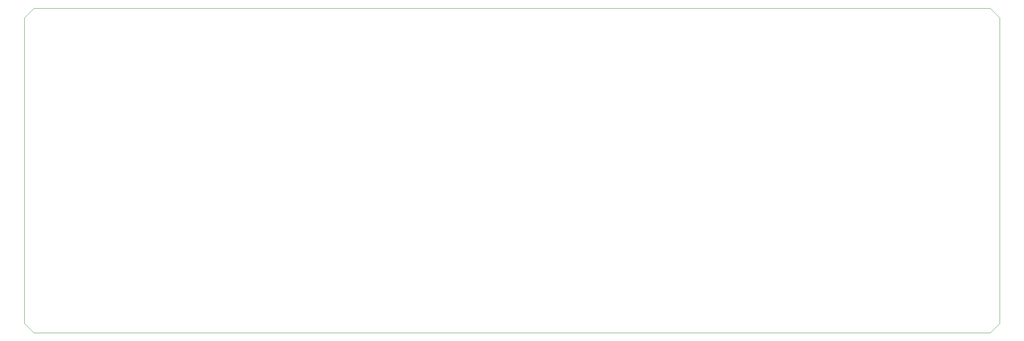
<source format=gbr>
%TF.GenerationSoftware,KiCad,Pcbnew,9.0.6-9.0.6~ubuntu24.04.1*%
%TF.CreationDate,2025-11-14T05:25:23+09:00*%
%TF.ProjectId,NCO_board,4e434f5f-626f-4617-9264-2e6b69636164,rev?*%
%TF.SameCoordinates,Original*%
%TF.FileFunction,Profile,NP*%
%FSLAX46Y46*%
G04 Gerber Fmt 4.6, Leading zero omitted, Abs format (unit mm)*
G04 Created by KiCad (PCBNEW 9.0.6-9.0.6~ubuntu24.04.1) date 2025-11-14 05:25:23*
%MOMM*%
%LPD*%
G01*
G04 APERTURE LIST*
%TA.AperFunction,Profile*%
%ADD10C,0.050000*%
%TD*%
G04 APERTURE END LIST*
D10*
X208000000Y-70000000D02*
X210000000Y-68000000D01*
X0Y-68000000D02*
X2000000Y-70000000D01*
X208000000Y0D02*
X210000000Y-2000000D01*
X2000000Y0D02*
X0Y-2000000D01*
X210000000Y-2000000D02*
X210000000Y-68000000D01*
X2000000Y-70000000D02*
X208000000Y-70000000D01*
X0Y-2000000D02*
X0Y-68000000D01*
X2000000Y0D02*
X208000000Y0D01*
M02*

</source>
